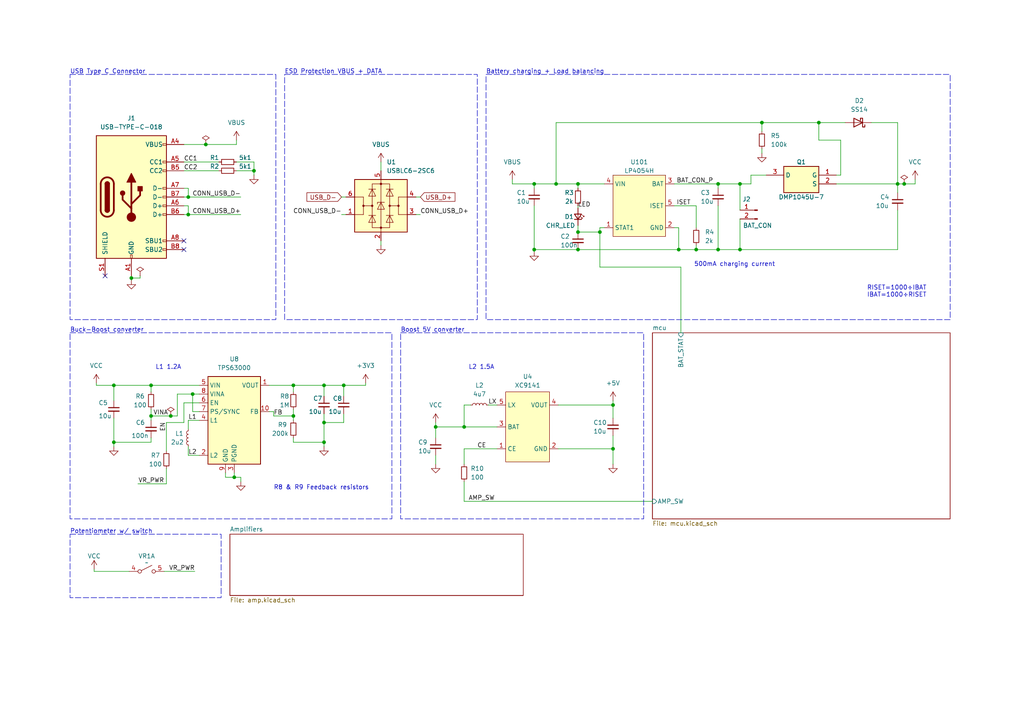
<source format=kicad_sch>
(kicad_sch (version 20230121) (generator eeschema)
  (paper "A4")
  (title_block (title "Internet Radio Speaker") (date "2024-01-16") (rev "1") (company "ST"))
  (lib_symbols
    (symbol "Connector:Conn_01x02_Pin" (pin_names (offset 1.016) hide)
      (property "Reference" "J" (at 0 2.54 0))
      (property "Value" "Conn_01x02_Pin" (at 0 -5.08 0))
      (symbol "Conn_01x02_Pin_1_1"
        (polyline (pts (xy 1.27 -2.54) (xy 0.8636 -2.54)) (stroke (width 0.1524)))
        (polyline (pts (xy 1.27 0) (xy 0.8636 0)) (stroke (width 0.1524)))
        (rectangle (start 0.8636 -2.413) (end 0 -2.667) (stroke (width 0.1524)) (fill (type outline)))
        (rectangle (start 0.8636 0.127) (end 0 -0.127) (stroke (width 0.1524)) (fill (type outline)))
        (pin passive line (at 5.08 0 180) (length 3.81) (name "Pin_1") (number "1"))
        (pin passive line (at 5.08 -2.54 180) (length 3.81) (name "Pin_2") (number "2"))
      )
    )
    (symbol "Connector:USB_C_Receptacle_USB2.0" (pin_names (offset 1.016))
      (property "Reference" "J" (at -10.16 19.05 0))
      (property "Value" "USB_C_Receptacle_USB2.0" (at 19.05 19.05 0))
      (symbol "USB_C_Receptacle_USB2.0_0_0"
        (rectangle (start -0.254 -17.78) (end 0.254 -16.764))
        (rectangle (start 10.16 -14.986) (end 9.144 -15.494))
        (rectangle (start 10.16 -12.446) (end 9.144 -12.954))
        (rectangle (start 10.16 -4.826) (end 9.144 -5.334))
        (rectangle (start 10.16 -2.286) (end 9.144 -2.794))
        (rectangle (start 10.16 0.254) (end 9.144 -0.254))
        (rectangle (start 10.16 2.794) (end 9.144 2.286))
        (rectangle (start 10.16 7.874) (end 9.144 7.366))
        (rectangle (start 10.16 10.414) (end 9.144 9.906))
        (rectangle (start 10.16 15.494) (end 9.144 14.986))
      )
      (symbol "USB_C_Receptacle_USB2.0_0_1"
        (rectangle (start -10.16 17.78) (end 10.16 -17.78) (stroke (width 0.254)) (fill (type background)))
        (arc (start -8.89 -3.81) (mid -6.985 -5.7067) (end -5.08 -3.81) (stroke (width 0.508)))
        (arc (start -7.62 -3.81) (mid -6.985 -4.4423) (end -6.35 -3.81) (stroke (width 0.254)))
        (arc (start -7.62 -3.81) (mid -6.985 -4.4423) (end -6.35 -3.81) (stroke (width 0.254)) (fill (type outline)))
        (rectangle (start -7.62 -3.81) (end -6.35 3.81) (stroke (width 0.254)) (fill (type outline)))
        (arc (start -6.35 3.81) (mid -6.985 4.4423) (end -7.62 3.81) (stroke (width 0.254)))
        (arc (start -6.35 3.81) (mid -6.985 4.4423) (end -7.62 3.81) (stroke (width 0.254)) (fill (type outline)))
        (arc (start -5.08 3.81) (mid -6.985 5.7067) (end -8.89 3.81) (stroke (width 0.508)))
        (circle (center -2.54 1.143) (radius 0.635) (stroke (width 0.254)) (fill (type outline)))
        (circle (center 0 -5.842) (radius 1.27) (fill (type outline)))
        (polyline (pts (xy -8.89 -3.81) (xy -8.89 3.81)) (stroke (width 0.508)))
        (polyline (pts (xy -5.08 3.81) (xy -5.08 -3.81)) (stroke (width 0.508)))
        (polyline (pts (xy 0 -5.842) (xy 0 4.318)) (stroke (width 0.508)))
        (polyline (pts (xy 0 -3.302) (xy -2.54 -0.762) (xy -2.54 0.508)) (stroke (width 0.508)))
        (polyline (pts (xy 0 -2.032) (xy 2.54 0.508) (xy 2.54 1.778)) (stroke (width 0.508)))
        (polyline (pts (xy -1.27 4.318) (xy 0 6.858) (xy 1.27 4.318) (xy -1.27 4.318)) (stroke (width 0.254)) (fill (type outline)))
        (rectangle (start 1.905 1.778) (end 3.175 3.048) (stroke (width 0.254)) (fill (type outline)))
      )
      (symbol "USB_C_Receptacle_USB2.0_1_1"
        (pin passive line (at 0 -22.86 90) (length 5.08) (name "GND") (number "A1"))
        (pin passive line (at 0 -22.86 90) (length 5.08) hide (name "GND") (number "A12"))
        (pin passive line (at 15.24 15.24 180) (length 5.08) (name "VBUS") (number "A4"))
        (pin bidirectional line (at 15.24 10.16 180) (length 5.08) (name "CC1") (number "A5"))
        (pin bidirectional line (at 15.24 -2.54 180) (length 5.08) (name "D+") (number "A6"))
        (pin bidirectional line (at 15.24 2.54 180) (length 5.08) (name "D-") (number "A7"))
        (pin bidirectional line (at 15.24 -12.7 180) (length 5.08) (name "SBU1") (number "A8"))
        (pin passive line (at 15.24 15.24 180) (length 5.08) hide (name "VBUS") (number "A9"))
        (pin passive line (at 0 -22.86 90) (length 5.08) hide (name "GND") (number "B1"))
        (pin passive line (at 0 -22.86 90) (length 5.08) hide (name "GND") (number "B12"))
        (pin passive line (at 15.24 15.24 180) (length 5.08) hide (name "VBUS") (number "B4"))
        (pin bidirectional line (at 15.24 7.62 180) (length 5.08) (name "CC2") (number "B5"))
        (pin bidirectional line (at 15.24 -5.08 180) (length 5.08) (name "D+") (number "B6"))
        (pin bidirectional line (at 15.24 0 180) (length 5.08) (name "D-") (number "B7"))
        (pin bidirectional line (at 15.24 -15.24 180) (length 5.08) (name "SBU2") (number "B8"))
        (pin passive line (at 15.24 15.24 180) (length 5.08) hide (name "VBUS") (number "B9"))
        (pin passive line (at -7.62 -22.86 90) (length 5.08) (name "SHIELD") (number "S1"))
      )
    )
    (symbol "DMP1045U-7:DMP1045U-7"
      (property "Reference" "IC" (at 16.51 7.62 0))
      (property "Value" "DMP1045U-7" (at 16.51 5.08 0))
      (symbol "DMP1045U-7_1_1"
        (rectangle (start 5.08 2.54) (end 15.24 -5.08) (stroke (width 0.254)) (fill (type background)))
        (pin passive line (at 0 0 0) (length 5.08) (name "G") (number "1"))
        (pin passive line (at 0 -2.54 0) (length 5.08) (name "S") (number "2"))
        (pin passive line (at 20.32 0 180) (length 5.08) (name "D") (number "3"))
      )
    )
    (symbol "Device:C_Small" (pin_numbers hide) (pin_names (offset 0.254) hide)
      (property "Reference" "C" (at 0.254 1.778 0))
      (property "Value" "C_Small" (at 0.254 -2.032 0))
      (symbol "C_Small_0_1"
        (polyline (pts (xy -1.524 -0.508) (xy 1.524 -0.508)) (stroke (width 0.3302)))
        (polyline (pts (xy -1.524 0.508) (xy 1.524 0.508)) (stroke (width 0.3048)))
      )
      (symbol "C_Small_1_1"
        (pin passive line (at 0 2.54 270) (length 2.032) (name "~") (number "1"))
        (pin passive line (at 0 -2.54 90) (length 2.032) (name "~") (number "2"))
      )
    )
    (symbol "Device:LED_Small" (pin_numbers hide) (pin_names (offset 0.254) hide)
      (property "Reference" "D" (at -1.27 3.175 0))
      (property "Value" "LED_Small" (at -4.445 -2.54 0))
      (symbol "LED_Small_0_1"
        (polyline (pts (xy -0.762 -1.016) (xy -0.762 1.016)) (stroke (width 0.254)))
        (polyline (pts (xy 1.016 0) (xy -0.762 0)))
        (polyline (pts (xy 0.762 -1.016) (xy -0.762 0) (xy 0.762 1.016) (xy 0.762 -1.016)) (stroke (width 0.254)))
        (polyline (pts (xy 0 0.762) (xy -0.508 1.27) (xy -0.254 1.27) (xy -0.508 1.27) (xy -0.508 1.016)))
        (polyline (pts (xy 0.508 1.27) (xy 0 1.778) (xy 0.254 1.778) (xy 0 1.778) (xy 0 1.524)))
      )
      (symbol "LED_Small_1_1"
        (pin passive line (at -2.54 0 0) (length 1.778) (name "K") (number "1"))
        (pin passive line (at 2.54 0 180) (length 1.778) (name "A") (number "2"))
      )
    )
    (symbol "Device:L_Small" (pin_numbers hide) (pin_names (offset 0.254) hide)
      (property "Reference" "L" (at 0.762 1.016 0))
      (property "Value" "L_Small" (at 0.762 -1.016 0))
      (symbol "L_Small_0_1"
        (arc (start 0 -2.032) (mid 0.5058 -1.524) (end 0 -1.016))
        (arc (start 0 -1.016) (mid 0.5058 -0.508) (end 0 0))
        (arc (start 0 0) (mid 0.5058 0.508) (end 0 1.016))
        (arc (start 0 1.016) (mid 0.5058 1.524) (end 0 2.032))
      )
      (symbol "L_Small_1_1"
        (pin passive line (at 0 2.54 270) (length 0.508) (name "~") (number "1"))
        (pin passive line (at 0 -2.54 90) (length 0.508) (name "~") (number "2"))
      )
    )
    (symbol "Device:R_Small" (pin_numbers hide) (pin_names (offset 0.254) hide)
      (property "Reference" "R" (at 0.762 0.508 0))
      (property "Value" "R_Small" (at 0.762 -1.016 0))
      (symbol "R_Small_0_1"
        (rectangle (start -0.762 1.778) (end 0.762 -1.778) (stroke (width 0.2032)))
      )
      (symbol "R_Small_1_1"
        (pin passive line (at 0 2.54 270) (length 0.762) (name "~") (number "1"))
        (pin passive line (at 0 -2.54 90) (length 0.762) (name "~") (number "2"))
      )
    )
    (symbol "Diode:B130-E3" (pin_numbers hide) (pin_names hide)
      (property "Reference" "D" (at 0 2.54 0))
      (property "Value" "B130-E3" (at 0 -2.54 0))
      (symbol "B130-E3_0_1"
        (polyline (pts (xy 1.27 0) (xy -1.27 0)))
        (polyline (pts (xy 1.27 1.27) (xy 1.27 -1.27) (xy -1.27 0) (xy 1.27 1.27)) (stroke (width 0.254)))
        (polyline (pts (xy -1.905 0.635) (xy -1.905 1.27) (xy -1.27 1.27) (xy -1.27 -1.27) (xy -0.635 -1.27) (xy -0.635 -0.635)) (stroke (width 0.254)))
      )
      (symbol "B130-E3_1_1"
        (pin passive line (at -3.81 0 0) (length 2.54) (name "K") (number "1"))
        (pin passive line (at 3.81 0 180) (length 2.54) (name "A") (number "2"))
      )
    )
    (symbol "LP4054H:LP4054H"
      (property "Reference" "U2" (at 0 13.97 0))
      (property "Value" "LP4054H" (at 0 11.43 0))
      (symbol "LP4054H_0_0"
        (pin output line (at -10.16 -6.35 0) (length 2.54) (name "STAT1") (number "1"))
        (pin power_in line (at 10.16 -6.35 180) (length 2.54) (name "GND") (number "2"))
        (pin power_out line (at 10.16 6.35 180) (length 2.54) (name "BAT") (number "3"))
        (pin power_in line (at -10.16 6.35 0) (length 2.54) (name "VIN") (number "4"))
        (pin bidirectional line (at 10.16 0 180) (length 2.54) (name "ISET") (number "5"))
      )
      (symbol "LP4054H_1_1"
        (rectangle (start -7.62 8.89) (end 7.62 -8.89) (fill (type background)))
      )
    )
    (symbol "P0915S:P0915S" (pin_names (offset 0) hide)
      (property "Reference" "VR" (at 0 1.27 0))
      (symbol "P0915S_1_0"
        (circle (center -2.032 -2.54) (radius 0.508))
        (polyline (pts (xy -1.524 -2.286) (xy 1.524 -0.762)))
        (circle (center 2.032 -2.54) (radius 0.508))
      )
      (symbol "P0915S_1_1"
        (pin passive line (at -5.08 -2.54 0) (length 2.54) (name "A") (number "4"))
        (pin passive line (at 5.08 -2.54 180) (length 2.54) (name "B") (number "5"))
      )
      (symbol "P0915S_2_1"
        (rectangle (start -1.016 -2.54) (end 1.016 -7.62) (stroke (width 0.254)))
        (polyline (pts (xy 2.54 -5.08) (xy 1.524 -5.08)))
        (polyline (pts (xy 1.143 -5.08) (xy 2.286 -4.572) (xy 2.286 -5.588) (xy 1.143 -5.08)) (fill (type outline)))
        (pin passive line (at 0 -1.27 270) (length 1.27) (name "1") (number "1"))
        (pin passive line (at 3.81 -5.08 180) (length 1.27) (name "2") (number "2"))
        (pin passive line (at 0 -8.89 90) (length 1.27) (name "3") (number "3"))
      )
    )
    (symbol "Power_Protection:USBLC6-2SC6" (pin_names hide)
      (property "Reference" "U" (at 2.54 8.89 0))
      (property "Value" "USBLC6-2SC6" (at 2.54 -8.89 0))
      (symbol "USBLC6-2SC6_0_1"
        (rectangle (start -7.62 -7.62) (end 7.62 7.62) (stroke (width 0.254)) (fill (type background)))
        (circle (center -5.08 0) (radius 0.254) (fill (type outline)))
        (circle (center -2.54 0) (radius 0.254) (fill (type outline)))
        (rectangle (start -2.54 6.35) (end 2.54 -6.35))
        (circle (center 0 -6.35) (radius 0.254) (fill (type outline)))
        (polyline (pts (xy -5.08 -2.54) (xy -7.62 -2.54)))
        (polyline (pts (xy -5.08 0) (xy -5.08 -2.54)))
        (polyline (pts (xy -5.08 2.54) (xy -7.62 2.54)))
        (polyline (pts (xy -1.524 -2.794) (xy -3.556 -2.794)))
        (polyline (pts (xy -1.524 4.826) (xy -3.556 4.826)))
        (polyline (pts (xy 0 -7.62) (xy 0 -6.35)))
        (polyline (pts (xy 0 -6.35) (xy 0 1.27)))
        (polyline (pts (xy 0 1.27) (xy 0 6.35)))
        (polyline (pts (xy 0 6.35) (xy 0 7.62)))
        (polyline (pts (xy 1.524 -2.794) (xy 3.556 -2.794)))
        (polyline (pts (xy 1.524 4.826) (xy 3.556 4.826)))
        (polyline (pts (xy 5.08 -2.54) (xy 7.62 -2.54)))
        (polyline (pts (xy 5.08 0) (xy 5.08 -2.54)))
        (polyline (pts (xy 5.08 2.54) (xy 7.62 2.54)))
        (polyline (pts (xy -2.54 0) (xy -5.08 0) (xy -5.08 2.54)))
        (polyline (pts (xy 2.54 0) (xy 5.08 0) (xy 5.08 2.54)))
        (polyline (pts (xy -3.556 -4.826) (xy -1.524 -4.826) (xy -2.54 -2.794) (xy -3.556 -4.826)))
        (polyline (pts (xy -3.556 2.794) (xy -1.524 2.794) (xy -2.54 4.826) (xy -3.556 2.794)))
        (polyline (pts (xy -1.016 -1.016) (xy 1.016 -1.016) (xy 0 1.016) (xy -1.016 -1.016)))
        (polyline (pts (xy 1.016 1.016) (xy 0.762 1.016) (xy -1.016 1.016) (xy -1.016 0.508)))
        (polyline (pts (xy 3.556 -4.826) (xy 1.524 -4.826) (xy 2.54 -2.794) (xy 3.556 -4.826)))
        (polyline (pts (xy 3.556 2.794) (xy 1.524 2.794) (xy 2.54 4.826) (xy 3.556 2.794)))
        (circle (center 0 6.35) (radius 0.254) (fill (type outline)))
        (circle (center 2.54 0) (radius 0.254) (fill (type outline)))
        (circle (center 5.08 0) (radius 0.254) (fill (type outline)))
      )
      (symbol "USBLC6-2SC6_1_1"
        (pin passive line (at -10.16 -2.54 0) (length 2.54) (name "I/O1") (number "1"))
        (pin passive line (at 0 -10.16 90) (length 2.54) (name "GND") (number "2"))
        (pin passive line (at 10.16 -2.54 180) (length 2.54) (name "I/O2") (number "3"))
        (pin passive line (at 10.16 2.54 180) (length 2.54) (name "I/O2") (number "4"))
        (pin passive line (at 0 10.16 270) (length 2.54) (name "VBUS") (number "5"))
        (pin passive line (at -10.16 2.54 0) (length 2.54) (name "I/O1") (number "6"))
      )
    )
    (symbol "Regulator_Switching:TPS63000"
      (property "Reference" "U" (at -7.62 13.97 0))
      (property "Value" "TPS63000" (at 5.08 13.97 0))
      (symbol "TPS63000_0_1"
        (rectangle (start -7.62 12.7) (end 7.62 -12.7) (stroke (width 0.254)) (fill (type background)))
      )
      (symbol "TPS63000_1_1"
        (pin power_out line (at 10.16 10.16 180) (length 2.54) (name "VOUT") (number "1"))
        (pin input line (at 10.16 2.54 180) (length 2.54) (name "FB") (number "10"))
        (pin passive line (at 0 -15.24 90) (length 2.54) hide (name "PGND") (number "11"))
        (pin input line (at -10.16 -10.16 0) (length 2.54) (name "L2") (number "2"))
        (pin power_in line (at 0 -15.24 90) (length 2.54) (name "PGND") (number "3"))
        (pin input line (at -10.16 0 0) (length 2.54) (name "L1") (number "4"))
        (pin power_in line (at -10.16 10.16 0) (length 2.54) (name "VIN") (number "5"))
        (pin input line (at -10.16 5.08 0) (length 2.54) (name "EN") (number "6"))
        (pin input line (at -10.16 2.54 0) (length 2.54) (name "PS/SYNC") (number "7"))
        (pin power_in line (at -10.16 7.62 0) (length 2.54) (name "VINA") (number "8"))
        (pin power_in line (at -2.54 -15.24 90) (length 2.54) (name "GND") (number "9"))
      )
    )
    (symbol "XC9141:XC9141"
      (property "Reference" "U" (at 0 11.43 0))
      (property "Value" "XC9141" (at 0 -12.7 0))
      (symbol "XC9141_1_1"
        (rectangle (start -6.35 10.16) (end 6.35 -10.16) (fill (type background)))
        (pin input line (at -8.89 -6.35 0) (length 2.54) (name "CE") (number "1"))
        (pin power_in line (at 8.89 -6.35 180) (length 2.54) (name "GND") (number "2"))
        (pin power_in line (at -8.89 0 0) (length 2.54) (name "BAT") (number "3"))
        (pin power_out line (at 8.89 6.35 180) (length 2.54) (name "VOUT") (number "4"))
        (pin input line (at -8.89 6.35 0) (length 2.54) (name "LX") (number "5"))
      )
    )
    (symbol "power:+3V3" (power) (pin_names (offset 0))
      (property "Value" "+3V3" (at 0 3.556 0))
      (symbol "+3V3_0_1"
        (polyline (pts (xy -0.762 1.27) (xy 0 2.54)))
        (polyline (pts (xy 0 0) (xy 0 2.54)))
        (polyline (pts (xy 0 2.54) (xy 0.762 1.27)))
      )
      (symbol "+3V3_1_1"
        (pin power_in line (at 0 0 90) (length 0) hide (name "+3V3") (number "1"))
      )
    )
    (symbol "power:+5V" (power) (pin_names (offset 0))
      (property "Value" "+5V" (at 0 3.556 0))
      (symbol "+5V_0_1"
        (polyline (pts (xy -0.762 1.27) (xy 0 2.54)))
        (polyline (pts (xy 0 0) (xy 0 2.54)))
        (polyline (pts (xy 0 2.54) (xy 0.762 1.27)))
      )
      (symbol "+5V_1_1"
        (pin power_in line (at 0 0 90) (length 0) hide (name "+5V") (number "1"))
      )
    )
    (symbol "power:GND" (power) (pin_names (offset 0))
      (property "Value" "GND" (at 0 -3.81 0))
      (symbol "GND_0_1"
        (polyline (pts (xy 0 0) (xy 0 -1.27) (xy 1.27 -1.27) (xy 0 -2.54) (xy -1.27 -1.27) (xy 0 -1.27)))
      )
      (symbol "GND_1_1"
        (pin power_in line (at 0 0 270) (length 0) hide (name "GND") (number "1"))
      )
    )
    (symbol "power:PWR_FLAG" (power) (pin_numbers hide) (pin_names (offset 0) hide)
      (property "Value" "PWR_FLAG" (at 0 3.81 0))
      (symbol "PWR_FLAG_0_0"
        (pin power_out line (at 0 0 90) (length 0) (name "pwr") (number "1"))
      )
      (symbol "PWR_FLAG_0_1"
        (polyline (pts (xy 0 0) (xy 0 1.27) (xy -1.016 1.905) (xy 0 2.54) (xy 1.016 1.905) (xy 0 1.27)))
      )
    )
    (symbol "power:VBUS" (power) (pin_names (offset 0))
      (property "Value" "VBUS" (at 0 3.81 0))
      (symbol "VBUS_0_1"
        (polyline (pts (xy -0.762 1.27) (xy 0 2.54)))
        (polyline (pts (xy 0 0) (xy 0 2.54)))
        (polyline (pts (xy 0 2.54) (xy 0.762 1.27)))
      )
      (symbol "VBUS_1_1"
        (pin power_in line (at 0 0 90) (length 0) hide (name "VBUS") (number "1"))
      )
    )
    (symbol "power:VCC" (power) (pin_names (offset 0))
      (property "Value" "VCC" (at 0 3.81 0))
      (symbol "VCC_0_1"
        (polyline (pts (xy -0.762 1.27) (xy 0 2.54)))
        (polyline (pts (xy 0 0) (xy 0 2.54)))
        (polyline (pts (xy 0 2.54) (xy 0.762 1.27)))
      )
      (symbol "VCC_1_1"
        (pin power_in line (at 0 0 90) (length 0) hide (name "VCC") (number "1"))
      )
    )
  )
  (junction (at 220.98 35.56))
  (junction (at 93.98 111.76))
  (junction (at 54.61 62.23))
  (junction (at 55.88 114.3))
  (junction (at 196.85 72.39))
  (junction (at 126.365 123.825))
  (junction (at 93.98 122.555))
  (junction (at 93.98 128.27))
  (junction (at 161.29 53.34))
  (junction (at 214.63 53.34))
  (junction (at 262.255 53.34))
  (junction (at 59.69 41.91))
  (junction (at 73.66 49.53))
  (junction (at 177.8 130.175))
  (junction (at 54.61 57.15))
  (junction (at 43.815 120.65))
  (junction (at 99.695 111.76))
  (junction (at 85.09 111.76))
  (junction (at 154.94 53.34))
  (junction (at 67.945 138.43))
  (junction (at 214.63 72.39))
  (junction (at 33.02 128.27))
  (junction (at 33.02 111.76))
  (junction (at 201.93 72.39))
  (junction (at 260.35 53.34))
  (junction (at 85.09 120.65))
  (junction (at 208.28 72.39))
  (junction (at 154.94 72.39))
  (junction (at 167.64 72.39))
  (junction (at 134.62 123.825))
  (junction (at 167.64 67.31))
  (junction (at 237.49 35.56))
  (junction (at 177.8 117.475))
  (junction (at 38.1 80.645))
  (junction (at 167.64 53.34))
  (junction (at 43.815 111.76))
  (junction (at 173.99 67.31))
  (junction (at 49.53 120.65))
  (junction (at 208.28 53.34))
  (no_connect (at 53.34 72.39))
  (no_connect (at 30.48 80.01))
  (no_connect (at 53.34 69.85))
  (wire (pts (xy 161.29 35.56) (xy 220.98 35.56)))
  (wire (pts (xy 99.06 62.23) (xy 100.33 62.23)))
  (wire (pts (xy 93.98 128.27) (xy 93.98 129.54)))
  (wire (pts (xy 48.26 135.89) (xy 48.26 140.335)))
  (wire (pts (xy 134.62 139.7) (xy 134.62 145.415)))
  (wire (pts (xy 27.305 165.735) (xy 37.465 165.735)))
  (wire (pts (xy 260.35 53.34) (xy 262.255 53.34)))
  (wire (pts (xy 243.84 40.64) (xy 237.49 40.64)))
  (wire (pts (xy 260.35 53.34) (xy 260.35 55.88)))
  (wire (pts (xy 55.88 114.3) (xy 55.88 119.38)))
  (wire (pts (xy 148.59 53.34) (xy 154.94 53.34)))
  (wire (pts (xy 220.98 35.56) (xy 237.49 35.56)))
  (wire (pts (xy 54.61 57.15) (xy 69.85 57.15)))
  (wire (pts (xy 67.945 138.43) (xy 67.945 137.16)))
  (wire (pts (xy 48.26 122.555) (xy 48.26 130.81)))
  (wire (pts (xy 55.88 119.38) (xy 57.785 119.38)))
  (wire (pts (xy 217.805 50.8) (xy 217.805 53.34)))
  (wire (pts (xy 201.93 59.69) (xy 201.93 66.04)))
  (wire (pts (xy 262.255 53.34) (xy 265.43 53.34)))
  (wire (pts (xy 161.925 130.175) (xy 177.8 130.175)))
  (wire (pts (xy 120.65 62.23) (xy 121.92 62.23)))
  (wire (pts (xy 49.53 120.65) (xy 51.435 120.65)))
  (wire (pts (xy 126.365 123.825) (xy 134.62 123.825)))
  (wire (pts (xy 85.09 120.65) (xy 85.09 121.92)))
  (wire (pts (xy 99.695 111.76) (xy 106.045 111.76)))
  (wire (pts (xy 54.61 132.08) (xy 57.785 132.08)))
  (wire (pts (xy 136.525 117.475) (xy 134.62 117.475)))
  (wire (pts (xy 126.365 123.825) (xy 126.365 127)))
  (wire (pts (xy 57.785 116.84) (xy 53.34 116.84)))
  (wire (pts (xy 260.35 35.56) (xy 260.35 53.34)))
  (wire (pts (xy 126.365 132.08) (xy 126.365 134.62)))
  (wire (pts (xy 167.64 53.34) (xy 167.64 54.61)))
  (wire (pts (xy 79.375 119.38) (xy 78.105 119.38)))
  (wire (pts (xy 54.61 129.54) (xy 54.61 132.08)))
  (wire (pts (xy 195.58 59.69) (xy 201.93 59.69)))
  (wire (pts (xy 134.62 130.175) (xy 134.62 134.62)))
  (wire (pts (xy 38.1 80.01) (xy 38.1 80.645)))
  (wire (pts (xy 237.49 35.56) (xy 237.49 40.64)))
  (wire (pts (xy 195.58 66.04) (xy 196.85 66.04)))
  (wire (pts (xy 27.94 111.125) (xy 27.94 111.76)))
  (wire (pts (xy 208.28 53.34) (xy 214.63 53.34)))
  (wire (pts (xy 54.61 62.23) (xy 69.85 62.23)))
  (wire (pts (xy 27.94 111.76) (xy 33.02 111.76)))
  (wire (pts (xy 99.695 122.555) (xy 93.98 122.555)))
  (wire (pts (xy 120.65 57.15) (xy 121.92 57.15)))
  (wire (pts (xy 154.94 53.34) (xy 154.94 54.61)))
  (wire (pts (xy 65.405 137.16) (xy 65.405 138.43)))
  (wire (pts (xy 85.09 128.27) (xy 93.98 128.27)))
  (wire (pts (xy 85.09 118.745) (xy 85.09 120.65)))
  (wire (pts (xy 53.34 57.15) (xy 54.61 57.15)))
  (wire (pts (xy 40.64 80.01) (xy 40.64 80.645)))
  (wire (pts (xy 110.49 69.85) (xy 110.49 71.12)))
  (wire (pts (xy 177.8 116.205) (xy 177.8 117.475)))
  (wire (pts (xy 154.94 59.69) (xy 154.94 72.39)))
  (wire (pts (xy 177.8 126.365) (xy 177.8 130.175)))
  (wire (pts (xy 65.405 138.43) (xy 67.945 138.43)))
  (wire (pts (xy 53.34 46.99) (xy 63.5 46.99)))
  (wire (pts (xy 197.485 77.47) (xy 173.99 77.47)))
  (wire (pts (xy 73.66 46.99) (xy 73.66 49.53)))
  (wire (pts (xy 134.62 117.475) (xy 134.62 123.825)))
  (wire (pts (xy 154.94 73.025) (xy 154.94 72.39)))
  (wire (pts (xy 173.99 66.04) (xy 175.26 66.04)))
  (wire (pts (xy 222.25 50.8) (xy 217.805 50.8)))
  (wire (pts (xy 40.005 140.335) (xy 48.26 140.335)))
  (wire (pts (xy 161.925 117.475) (xy 177.8 117.475)))
  (wire (pts (xy 154.94 72.39) (xy 167.64 72.39)))
  (wire (pts (xy 55.88 114.3) (xy 57.785 114.3)))
  (wire (pts (xy 99.06 57.15) (xy 100.33 57.15)))
  (wire (pts (xy 78.105 111.76) (xy 85.09 111.76)))
  (wire (pts (xy 43.815 128.27) (xy 33.02 128.27)))
  (wire (pts (xy 167.64 59.69) (xy 167.64 60.325)))
  (wire (pts (xy 85.09 128.27) (xy 85.09 127)))
  (wire (pts (xy 99.695 111.76) (xy 99.695 114.935)))
  (wire (pts (xy 220.98 35.56) (xy 220.98 38.1)))
  (wire (pts (xy 93.98 111.76) (xy 99.695 111.76)))
  (wire (pts (xy 93.98 111.76) (xy 93.98 114.935)))
  (wire (pts (xy 79.375 120.65) (xy 85.09 120.65)))
  (wire (pts (xy 126.365 122.555) (xy 126.365 123.825)))
  (wire (pts (xy 214.63 72.39) (xy 260.35 72.39)))
  (wire (pts (xy 57.785 111.76) (xy 43.815 111.76)))
  (wire (pts (xy 43.815 127) (xy 43.815 128.27)))
  (wire (pts (xy 208.28 72.39) (xy 214.63 72.39)))
  (wire (pts (xy 53.34 116.84) (xy 53.34 122.555)))
  (wire (pts (xy 40.64 80.645) (xy 38.1 80.645)))
  (wire (pts (xy 167.64 72.39) (xy 196.85 72.39)))
  (wire (pts (xy 57.785 121.92) (xy 54.61 121.92)))
  (wire (pts (xy 201.93 71.12) (xy 201.93 72.39)))
  (wire (pts (xy 161.29 53.34) (xy 161.29 35.56)))
  (wire (pts (xy 214.63 53.34) (xy 214.63 60.96)))
  (wire (pts (xy 43.815 120.65) (xy 49.53 120.65)))
  (wire (pts (xy 195.58 53.34) (xy 208.28 53.34)))
  (wire (pts (xy 73.66 50.8) (xy 73.66 49.53)))
  (wire (pts (xy 69.85 138.43) (xy 67.945 138.43)))
  (wire (pts (xy 196.85 72.39) (xy 201.93 72.39)))
  (wire (pts (xy 99.695 120.015) (xy 99.695 122.555)))
  (wire (pts (xy 167.64 53.34) (xy 175.26 53.34)))
  (wire (pts (xy 161.29 53.34) (xy 167.64 53.34)))
  (wire (pts (xy 134.62 123.825) (xy 144.145 123.825)))
  (wire (pts (xy 43.815 118.745) (xy 43.815 120.65)))
  (wire (pts (xy 167.64 67.31) (xy 167.64 65.405)))
  (wire (pts (xy 54.61 54.61) (xy 54.61 57.15)))
  (wire (pts (xy 208.28 53.34) (xy 208.28 54.61)))
  (wire (pts (xy 177.8 130.175) (xy 177.8 134.62)))
  (wire (pts (xy 252.73 35.56) (xy 260.35 35.56)))
  (wire (pts (xy 54.61 121.92) (xy 54.61 124.46)))
  (wire (pts (xy 196.85 66.04) (xy 196.85 72.39)))
  (wire (pts (xy 43.815 111.76) (xy 43.815 113.665)))
  (wire (pts (xy 27.305 165.1) (xy 27.305 165.735)))
  (wire (pts (xy 85.09 111.76) (xy 85.09 113.665)))
  (wire (pts (xy 173.99 67.31) (xy 173.99 66.04)))
  (wire (pts (xy 106.045 111.125) (xy 106.045 111.76)))
  (wire (pts (xy 59.69 41.91) (xy 68.58 41.91)))
  (wire (pts (xy 134.62 130.175) (xy 144.145 130.175)))
  (wire (pts (xy 237.49 35.56) (xy 245.11 35.56)))
  (wire (pts (xy 220.98 43.18) (xy 220.98 44.45)))
  (wire (pts (xy 148.59 52.07) (xy 148.59 53.34)))
  (wire (pts (xy 208.28 59.69) (xy 208.28 72.39)))
  (wire (pts (xy 242.57 53.34) (xy 260.35 53.34)))
  (wire (pts (xy 167.64 67.31) (xy 173.99 67.31)))
  (wire (pts (xy 33.02 111.76) (xy 33.02 116.205)))
  (wire (pts (xy 51.435 120.65) (xy 51.435 114.3)))
  (wire (pts (xy 53.34 62.23) (xy 54.61 62.23)))
  (wire (pts (xy 141.605 117.475) (xy 144.145 117.475)))
  (wire (pts (xy 53.34 41.91) (xy 59.69 41.91)))
  (wire (pts (xy 38.1 80.645) (xy 38.1 81.28)))
  (wire (pts (xy 53.34 59.69) (xy 54.61 59.69)))
  (wire (pts (xy 54.61 59.69) (xy 54.61 62.23)))
  (wire (pts (xy 93.98 120.015) (xy 93.98 122.555)))
  (wire (pts (xy 43.815 111.76) (xy 33.02 111.76)))
  (wire (pts (xy 197.485 96.52) (xy 197.485 77.47)))
  (wire (pts (xy 43.815 120.65) (xy 43.815 121.92)))
  (wire (pts (xy 243.84 50.8) (xy 243.84 40.64)))
  (wire (pts (xy 47.625 165.735) (xy 56.515 165.735)))
  (wire (pts (xy 68.58 49.53) (xy 73.66 49.53)))
  (wire (pts (xy 201.93 72.39) (xy 208.28 72.39)))
  (wire (pts (xy 110.49 46.99) (xy 110.49 49.53)))
  (wire (pts (xy 214.63 63.5) (xy 214.63 72.39)))
  (wire (pts (xy 33.02 121.285) (xy 33.02 128.27)))
  (wire (pts (xy 53.34 54.61) (xy 54.61 54.61)))
  (wire (pts (xy 53.34 122.555) (xy 48.26 122.555)))
  (wire (pts (xy 242.57 50.8) (xy 243.84 50.8)))
  (wire (pts (xy 69.85 138.43) (xy 69.85 139.7)))
  (wire (pts (xy 53.34 49.53) (xy 63.5 49.53)))
  (wire (pts (xy 177.8 117.475) (xy 177.8 121.285)))
  (wire (pts (xy 260.35 60.96) (xy 260.35 72.39)))
  (wire (pts (xy 93.98 122.555) (xy 93.98 128.27)))
  (wire (pts (xy 68.58 40.64) (xy 68.58 41.91)))
  (wire (pts (xy 85.09 111.76) (xy 93.98 111.76)))
  (wire (pts (xy 154.94 53.34) (xy 161.29 53.34)))
  (wire (pts (xy 265.43 52.07) (xy 265.43 53.34)))
  (wire (pts (xy 189.23 145.415) (xy 134.62 145.415)))
  (wire (pts (xy 79.375 120.65) (xy 79.375 119.38)))
  (wire (pts (xy 51.435 114.3) (xy 55.88 114.3)))
  (wire (pts (xy 68.58 46.99) (xy 73.66 46.99)))
  (wire (pts (xy 33.02 128.27) (xy 33.02 129.54)))
  (wire (pts (xy 217.805 53.34) (xy 214.63 53.34)))
  (wire (pts (xy 173.99 77.47) (xy 173.99 67.31)))
  (rectangle (start 82.55 21.59) (end 138.43 92.71) (stroke (width 0) (type dash)))
  (rectangle (start 20.32 21.59) (end 80.01 92.71) (stroke (width 0) (type dash)))
  (rectangle (start 20.32 154.94) (end 64.135 173.355) (stroke (width 0) (type dash)))
  (rectangle (start 140.97 21.59) (end 275.59 92.71) (stroke (width 0) (type dash)))
  (rectangle (start 116.205 96.52) (end 186.69 150.495) (stroke (width 0) (type dash)))
  (rectangle (start 20.32 96.52) (end 113.665 150.495) (stroke (width 0) (type dash)))
  (text "ESD Protection VBUS + DATA" (at 82.55 21.59 0) (effects (font (size 1.27 1.27)) (justify left bottom)))
  (text "USB Type C Connector" (at 20.32 21.59 0) (effects (font (size 1.27 1.27)) (justify left bottom)))
  (text "L2 1.5A" (at 135.89 107.315 0) (effects (font (size 1.27 1.27)) (justify left bottom)))
  (text "L1 1.2A" (at 45.085 107.315 0) (effects (font (size 1.27 1.27)) (justify left bottom)))
  (text "500mA charging current" (at 201.295 77.47 0) (effects (font (size 1.27 1.27)) (justify left bottom)))
  (text "Potentiometer w/ switch" (at 20.32 154.94 0) (effects (font (size 1.27 1.27)) (justify left bottom)))
  (text "Boost 5V converter" (at 116.205 96.52 0) (effects (font (size 1.27 1.27)) (justify left bottom)))
  (text "Buck-Boost converter" (at 20.32 96.52 0) (effects (font (size 1.27 1.27)) (justify left bottom)))
  (text "R8 & R9 Feedback resistors" (at 79.375 142.24 0) (effects (font (size 1.27 1.27)) (justify left bottom)))
  (text "Battery charging + Load balancing" (at 140.97 21.59 0) (effects (font (size 1.27 1.27)) (justify left bottom)))
  (text "RISET=1000÷IBAT\nIBAT=1000÷RISET" (at 251.46 86.36 0) (effects (font (size 1.27 1.27)) (justify left bottom)))
  (label "CONN_USB_D+" (at 69.85 62.23 180))
  (label "CONN_USB_D+" (at 121.92 62.23 0))
  (label "LX" (at 141.605 117.475 0))
  (label "VR_PWR" (at 47.625 140.335 180))
  (label "CONN_USB_D-" (at 99.06 62.23 180))
  (label "FB" (at 79.375 120.65 0))
  (label "EN" (at 48.26 125.095 90))
  (label "ISET" (at 196.215 59.69 0))
  (label "L2" (at 54.61 132.08 0))
  (label "VINA" (at 44.45 120.65 0))
  (label "CC2" (at 53.34 49.53 0))
  (label "BAT_CON_P" (at 196.215 53.34 0))
  (label "CONN_USB_D-" (at 69.85 57.15 180))
  (label "CE" (at 138.43 130.175 0))
  (label "AMP_SW" (at 143.51 145.415 180))
  (label "VR_PWR" (at 56.515 165.735 180))
  (label "LED" (at 167.64 60.325 0))
  (label "L1" (at 54.61 121.92 0))
  (label "CC1" (at 53.34 46.99 0))
  (global_label "USB_D+" (shape input) (at 121.92 57.15 0) (property "Intersheetrefs" "${INTERSHEET_REFS}" (effects hide)))
  (global_label "USB_D-" (shape input) (at 99.06 57.15 180) (property "Intersheetrefs" "${INTERSHEET_REFS}" (effects hide)))
  (symbol (lib_id "power:GND") (at 38.1 81.28 0) (unit 1)
    (property "Reference" "#PWR01" (effects hide))
    (property "Value" "GND" (effects hide))
  )
  (symbol (lib_id "Device:R_Small") (at 85.09 116.205 180) (unit 1)
    (property "Reference" "R8" (at 82.55 114.935 0))
    (property "Value" "1M" (at 82.55 117.475 0))
    (property "Footprint" "Resistor_SMD:R_0402_1005Metric" (effects hide))
    (property "LCSC" "C26083" (effects hide))
  )
  (symbol (lib_id "Device:R_Small") (at 66.04 46.99 90) (unit 1)
    (property "Reference" "R1" (at 62.23 45.72 90))
    (property "Value" "5k1" (at 71.12 45.72 90))
    (property "Footprint" "Resistor_SMD:R_0402_1005Metric" (effects hide))
    (property "LCSC" "C25905" (effects hide))
  )
  (symbol (lib_id "power:VBUS") (at 110.49 46.99 0) (unit 1)
    (property "Reference" "#PWR04" (effects hide))
    (property "Value" "VBUS" (at 110.49 41.91 0))
  )
  (symbol (lib_id "Device:L_Small") (at 54.61 127 180) (unit 1)
    (property "Reference" "L1" (at 50.8 125.73 0) (effects (justify right)))
    (property "Value" "2u2" (at 49.53 128.27 0) (effects (justify right)))
    (property "Footprint" "Inductor_SMD:L_0805_2012Metric" (effects hide))
    (property "LCSC" "C2049745" (effects hide))
  )
  (symbol (lib_id "power:GND") (at 154.94 73.025 0) (unit 1)
    (property "Reference" "#PWR07" (effects hide))
    (property "Value" "GND" (effects hide))
  )
  (symbol (lib_id "power:PWR_FLAG") (at 59.69 41.91 0) (unit 1)
    (property "Reference" "#FLG0101" (effects hide))
    (property "Value" "PWR_FLAG" (effects hide))
  )
  (symbol (lib_id "DMP1045U-7:DMP1045U-7") (at 242.57 50.8 0) (mirror y) (unit 1)
    (property "Reference" "Q1" (at 232.41 46.99 0))
    (property "Value" "DMP1045U-7" (at 232.41 57.15 0))
    (property "Footprint" "Internet_Radio_Speaker:SOT96P240X120-3N" (effects hide))
    (property "Datasheet" "https://datasheet.datasheetarchive.com/originals/distributors/Datasheets-DGA24/1599196.pdf" (effects hide))
    (property "LCSC" "C177033" (effects hide))
  )
  (symbol (lib_id "power:+5V") (at 177.8 116.205 0) (unit 1)
    (property "Reference" "#PWR052" (effects hide))
    (property "Value" "+5V" (at 177.8 111.125 0))
  )
  (symbol (lib_id "Device:L_Small") (at 139.065 117.475 90) (unit 1)
    (property "Reference" "L2" (at 139.065 111.76 90))
    (property "Value" "4u7" (at 139.065 114.3 90))
    (property "Footprint" "Inductor_SMD:L_1008_2520Metric" (effects hide))
    (property "LCSC" "C668313" (effects hide))
  )
  (symbol (lib_id "Connector:Conn_01x02_Pin") (at 219.71 60.96 0) (mirror y) (unit 1)
    (property "Reference" "J2" (at 216.535 57.785 0))
    (property "Value" "BAT_CON" (at 219.71 65.405 0))
    (property "Footprint" "Connector_Wire:SolderWire-0.5sqmm_1x02_P4.6mm_D0.9mm_OD2.1mm" (effects hide))
  )
  (symbol (lib_id "Device:C_Small") (at 260.35 58.42 0) (unit 1)
    (property "Reference" "C4" (at 255.27 57.15 0) (effects (justify left)))
    (property "Value" "10u" (at 254 59.69 0) (effects (justify left)))
    (property "Footprint" "Capacitor_SMD:C_0603_1608Metric" (effects hide))
    (property "LCSC" "C15525" (effects hide))
  )
  (symbol (lib_id "power:GND") (at 93.98 129.54 0) (unit 1)
    (property "Reference" "#PWR042" (effects hide))
    (property "Value" "GND" (effects hide))
  )
  (symbol (lib_id "Device:R_Small") (at 85.09 124.46 180) (unit 1)
    (property "Reference" "R9" (at 81.915 123.19 0))
    (property "Value" "200k" (at 81.28 125.73 0))
    (property "Footprint" "Resistor_SMD:R_0402_1005Metric" (effects hide))
    (property "LCSC" "C25764" (effects hide))
  )
  (symbol (lib_id "Device:C_Small") (at 33.02 118.745 0) (unit 1)
    (property "Reference" "C5" (at 28.575 116.84 0) (effects (justify left)))
    (property "Value" "10u" (at 28.575 120.65 0) (effects (justify left)))
    (property "Footprint" "Capacitor_SMD:C_0603_1608Metric" (effects hide))
    (property "LCSC" "C15525" (effects hide))
  )
  (symbol (lib_id "Device:R_Small") (at 66.04 49.53 90) (unit 1)
    (property "Reference" "R2" (at 62.23 48.26 90))
    (property "Value" "5k1" (at 71.12 48.26 90))
    (property "Footprint" "Resistor_SMD:R_0402_1005Metric" (effects hide))
    (property "LCSC" "C25905" (effects hide))
  )
  (symbol (lib_id "power:GND") (at 73.66 50.8 0) (unit 1)
    (property "Reference" "#PWR02" (effects hide))
    (property "Value" "GND" (effects hide))
  )
  (symbol (lib_id "LP4054H:LP4054H") (at 185.42 59.69 0) (unit 1)
    (property "Reference" "U101" (at 185.42 46.99 0))
    (property "Value" "LP4054H" (at 185.42 49.53 0))
    (property "Footprint" "Package_TO_SOT_SMD:SOT-23-5" (effects hide))
    (property "Datasheet" "https://datasheet.lcsc.com/lcsc/2004271834_LOWPOWER-LP4054HB5F_C517187.pdf" (effects hide))
    (property "LCSC" "C517187" (effects hide))
  )
  (symbol (lib_id "power:GND") (at 220.98 44.45 0) (unit 1)
    (property "Reference" "#PWR015" (effects hide))
    (property "Value" "GND" (effects hide))
  )
  (symbol (lib_id "power:VBUS") (at 148.59 52.07 0) (unit 1)
    (property "Reference" "#PWR047" (effects hide))
    (property "Value" "VBUS" (at 148.59 46.99 0))
  )
  (symbol (lib_id "power:PWR_FLAG") (at 40.64 80.01 0) (unit 1)
    (property "Reference" "#FLG0103" (effects hide))
    (property "Value" "PWR_FLAG" (effects hide))
  )
  (symbol (lib_id "Device:C_Small") (at 177.8 123.825 0) (unit 1)
    (property "Reference" "C10" (at 172.085 122.555 0) (effects (justify left)))
    (property "Value" "10u" (at 172.085 125.095 0) (effects (justify left)))
    (property "Footprint" "Capacitor_SMD:C_0603_1608Metric" (effects hide))
    (property "LCSC" "C15525" (effects hide))
  )
  (symbol (lib_id "Device:C_Small") (at 99.695 117.475 0) (unit 1)
    (property "Reference" "C8" (at 96.52 115.57 0) (effects (justify left)))
    (property "Value" "10u" (at 95.25 119.38 0) (effects (justify left)))
    (property "Footprint" "Capacitor_SMD:C_0603_1608Metric" (effects hide))
    (property "LCSC" "C15525" (effects hide))
  )
  (symbol (lib_id "Device:R_Small") (at 201.93 68.58 0) (unit 1)
    (property "Reference" "R4" (at 204.47 67.31 0) (effects (justify left)))
    (property "Value" "2k" (at 204.47 69.85 0) (effects (justify left)))
    (property "Footprint" "Resistor_SMD:R_0402_1005Metric" (effects hide))
    (property "LCSC" "C4109" (effects hide))
  )
  (symbol (lib_id "Device:C_Small") (at 126.365 129.54 0) (unit 1)
    (property "Reference" "C9" (at 121.285 128.27 0) (effects (justify left)))
    (property "Value" "10u" (at 121.285 130.81 0) (effects (justify left)))
    (property "Footprint" "Capacitor_SMD:C_0603_1608Metric" (effects hide))
    (property "LCSC" "C15525" (effects hide))
  )
  (symbol (lib_id "Device:R_Small") (at 43.815 116.205 180) (unit 1)
    (property "Reference" "R6" (at 40.64 114.935 0))
    (property "Value" "100" (at 40.64 117.475 0))
    (property "Footprint" "Resistor_SMD:R_0402_1005Metric" (effects hide))
    (property "LCSC" "C25076" (effects hide))
  )
  (symbol (lib_id "power:GND") (at 33.02 129.54 0) (unit 1)
    (property "Reference" "#PWR040" (effects hide))
    (property "Value" "GND" (effects hide))
  )
  (symbol (lib_id "Device:R_Small") (at 167.64 57.15 180) (unit 1)
    (property "Reference" "R3" (at 165.1 55.88 0))
    (property "Value" "2k" (at 165.1 58.42 0))
    (property "Footprint" "Resistor_SMD:R_0402_1005Metric" (effects hide))
    (property "LCSC" "C4109" (effects hide))
  )
  (symbol (lib_id "power:GND") (at 69.85 139.7 0) (unit 1)
    (property "Reference" "#PWR041" (effects hide))
    (property "Value" "GND" (effects hide))
  )
  (symbol (lib_id "Device:R_Small") (at 134.62 137.16 180) (unit 1)
    (property "Reference" "R10" (at 138.43 135.89 0))
    (property "Value" "100" (at 138.43 138.43 0))
    (property "Footprint" "Resistor_SMD:R_0402_1005Metric" (effects hide))
    (property "LCSC" "C25076" (effects hide))
  )
  (symbol (lib_id "Device:C_Small") (at 93.98 117.475 0) (unit 1)
    (property "Reference" "C7" (at 90.805 115.57 0) (effects (justify left)))
    (property "Value" "10u" (at 89.535 119.38 0) (effects (justify left)))
    (property "Footprint" "Capacitor_SMD:C_0603_1608Metric" (effects hide))
    (property "LCSC" "C15525" (effects hide))
  )
  (symbol (lib_id "Device:C_Small") (at 208.28 57.15 0) (unit 1)
    (property "Reference" "C3" (at 203.2 55.88 0) (effects (justify left)))
    (property "Value" "10u" (at 203.2 58.42 0) (effects (justify left)))
    (property "Footprint" "Capacitor_SMD:C_0603_1608Metric" (effects hide))
    (property "LCSC" "C15525" (effects hide))
  )
  (symbol (lib_id "power:PWR_FLAG") (at 49.53 120.65 0) (unit 1)
    (property "Reference" "#FLG0104" (effects hide))
    (property "Value" "PWR_FLAG" (effects hide))
  )
  (symbol (lib_id "power:VCC") (at 27.94 111.125 0) (mirror y) (unit 1)
    (property "Reference" "#PWR08" (effects hide))
    (property "Value" "VCC" (at 27.94 106.045 0))
  )
  (symbol (lib_id "power:VCC") (at 27.305 165.1 0) (mirror y) (unit 1)
    (property "Reference" "#PWR011" (effects hide))
    (property "Value" "VCC" (at 27.305 161.29 0))
  )
  (symbol (lib_id "Device:R_Small") (at 48.26 133.35 180) (unit 1)
    (property "Reference" "R7" (at 45.085 132.08 0))
    (property "Value" "100" (at 45.085 134.62 0))
    (property "Footprint" "Resistor_SMD:R_0402_1005Metric" (effects hide))
    (property "LCSC" "C25076" (effects hide))
  )
  (symbol (lib_id "power:GND") (at 110.49 71.12 0) (unit 1)
    (property "Reference" "#PWR05" (effects hide))
    (property "Value" "GND" (effects hide))
  )
  (symbol (lib_id "power:GND") (at 126.365 134.62 0) (unit 1)
    (property "Reference" "#PWR048" (effects hide))
    (property "Value" "GND" (effects hide))
  )
  (symbol (lib_id "XC9141:XC9141") (at 153.035 123.825 0) (unit 1)
    (property "Reference" "U4" (at 153.035 109.22 0))
    (property "Value" "XC9141" (at 153.035 111.76 0))
    (property "Footprint" "Internet_Radio_Speaker:SOT95P280X130-5N" (effects hide))
    (property "Datasheet" "https://datasheet.lcsc.com/lcsc/2304140030_Torex-Semicon-XC9141A50CMR-G_C2469138.pdf" (effects hide))
  )
  (symbol (lib_id "Device:R_Small") (at 220.98 40.64 0) (unit 1)
    (property "Reference" "R5" (at 223.52 39.37 0) (effects (justify left)))
    (property "Value" "100k" (at 223.52 41.91 0) (effects (justify left)))
    (property "Footprint" "Resistor_SMD:R_0402_1005Metric" (effects hide))
    (property "LCSC" "C25741" (effects hide))
  )
  (symbol (lib_id "P0915S:P0915S") (at 42.545 163.195 0) (unit 1)
    (property "Reference" "VR1" (at 42.545 161.29 0))
    (property "Value" "~" (at 42.545 163.195 0))
    (property "Footprint" "Internet_Radio_Speaker:Potentiometer_Alps_RK0971111Z1P" (effects hide))
    (property "Datasheet" "https://www.ttelectronics.com/TTElectronics/media/ProductFiles/Datasheet/P09x.pdf" (effects hide))
    (property "LCSC" "C2687318" (effects hide))
  )
  (symbol (lib_id "Device:C_Small") (at 154.94 57.15 0) (unit 1)
    (property "Reference" "C1" (at 149.86 55.88 0) (effects (justify left)))
    (property "Value" "10u" (at 149.86 58.42 0) (effects (justify left)))
    (property "Footprint" "Capacitor_SMD:C_0603_1608Metric" (effects hide))
    (property "LCSC" "C15525" (effects hide))
  )
  (symbol (lib_id "Power_Protection:USBLC6-2SC6") (at 110.49 59.69 0) (unit 1)
    (property "Reference" "U1" (at 112.1411 46.99 0) (effects (justify left)))
    (property "Value" "USBLC6-2SC6" (at 112.1411 49.53 0) (effects (justify left)))
    (property "Footprint" "Package_TO_SOT_SMD:SOT-23-6" (effects hide))
    (property "Datasheet" "https://www.st.com/resource/en/datasheet/usblc6-2.pdf" (effects hide))
    (property "LCSC" "C435848" (effects hide))
  )
  (symbol (lib_id "Connector:USB_C_Receptacle_USB2.0") (at 38.1 57.15 0) (unit 1)
    (property "Reference" "J1" (at 38.1 34.29 0))
    (property "Value" "USB-TYPE-C-018" (at 38.1 36.83 0))
    (property "Footprint" "Connector_USB:USB_C_Receptacle_GCT_USB4105-xx-A_16P_TopMnt_Horizontal" (effects hide))
    (property "Datasheet" "https://datasheet.lcsc.com/lcsc/2201121330_DEALON-USB-TYPE-C-018_C2927038.pdf" (effects hide))
    (property "LCSC" "C2927038" (effects hide))
  )
  (symbol (lib_id "power:VCC") (at 126.365 122.555 0) (mirror y) (unit 1)
    (property "Reference" "#PWR046" (effects hide))
    (property "Value" "VCC" (at 126.365 117.475 0))
  )
  (symbol (lib_id "Diode:B130-E3") (at 248.92 35.56 180) (unit 1)
    (property "Reference" "D2" (at 249.2375 29.21 0))
    (property "Value" "SS14" (at 249.2375 31.75 0))
    (property "Footprint" "Diode_SMD:D_SMA" (effects hide))
    (property "Datasheet" "https://datasheet.lcsc.com/lcsc/2205131445_JUXING-SS14_C3011101.pdf" (effects hide))
    (property "LCSC" "C2480" (effects hide))
  )
  (symbol (lib_id "Device:C_Small") (at 167.64 69.85 0) (unit 1)
    (property "Reference" "C2" (at 162.56 68.58 0) (effects (justify left)))
    (property "Value" "100n" (at 162.56 71.12 0) (effects (justify left)))
    (property "Footprint" "Capacitor_SMD:C_0402_1005Metric" (effects hide))
    (property "LCSC" "C1525" (effects hide))
  )
  (symbol (lib_id "Regulator_Switching:TPS63000") (at 67.945 121.92 0) (unit 1)
    (property "Reference" "U8" (at 67.945 104.14 0))
    (property "Value" "TPS63000" (at 67.945 106.68 0))
    (property "Footprint" "Package_SON:Texas_DRC0010J_ThermalVias" (effects hide))
    (property "Datasheet" "http://www.ti.com/lit/ds/symlink/tps63000.pdf" (effects hide))
  )
  (symbol (lib_id "power:PWR_FLAG") (at 262.255 53.34 0) (unit 1)
    (property "Reference" "#FLG0102" (effects hide))
    (property "Value" "PWR_FLAG" (effects hide))
  )
  (symbol (lib_id "power:VBUS") (at 68.58 40.64 0) (unit 1)
    (property "Reference" "#PWR03" (effects hide))
    (property "Value" "VBUS" (at 68.58 35.56 0))
  )
  (symbol (lib_id "power:VCC") (at 265.43 52.07 0) (unit 1)
    (property "Reference" "#PWR014" (effects hide))
    (property "Value" "VCC" (at 265.43 46.99 0))
  )
  (symbol (lib_id "Device:LED_Small") (at 167.64 62.865 270) (mirror x) (unit 1)
    (property "Reference" "D1" (at 165.1 62.865 90))
    (property "Value" "CHR_LED" (at 162.56 65.405 90))
    (property "Footprint" "LED_SMD:LED_0603_1608Metric" (effects hide))
    (property "LCSC" "C2286" (effects hide))
  )
  (symbol (lib_id "power:GND") (at 177.8 134.62 0) (unit 1)
    (property "Reference" "#PWR050" (effects hide))
    (property "Value" "GND" (effects hide))
  )
  (symbol (lib_id "Device:C_Small") (at 43.815 124.46 0) (unit 1)
    (property "Reference" "C6" (at 39.37 122.555 0) (effects (justify left)))
    (property "Value" "100n" (at 38.1 126.365 0) (effects (justify left)))
    (property "Footprint" "Capacitor_SMD:C_0402_1005Metric" (effects hide))
    (property "LCSC" "C1525" (effects hide))
  )
  (symbol (lib_id "power:+3V3") (at 106.045 111.125 0) (unit 1)
    (property "Reference" "#PWR023" (effects hide))
    (property "Value" "+3V3" (at 106.045 106.045 0))
  )
  (sheet (at 66.675 154.94) (size 85.09 17.78) (stroke (width 0.1524))
    (property "Sheetname" "Amplifiers" (at 66.675 154.2284 0) (effects (justify left bottom)))
    (property "Sheetfile" "amp.kicad_sch" (at 66.675 173.3046 0) (effects (justify left top)))
  )
  (sheet (at 189.23 96.52) (size 86.36 53.975) (stroke (width 0.1524))
    (property "Sheetname" "mcu" (at 189.23 95.8084 0) (effects (justify left bottom)))
    (property "Sheetfile" "mcu.kicad_sch" (at 189.23 151.0796 0) (effects (justify left top)))
    (pin "AMP_SW" input (at 189.23 145.415 180))
    (pin "BAT_STAT" input (at 197.485 96.52 90))
  )
)
</source>
